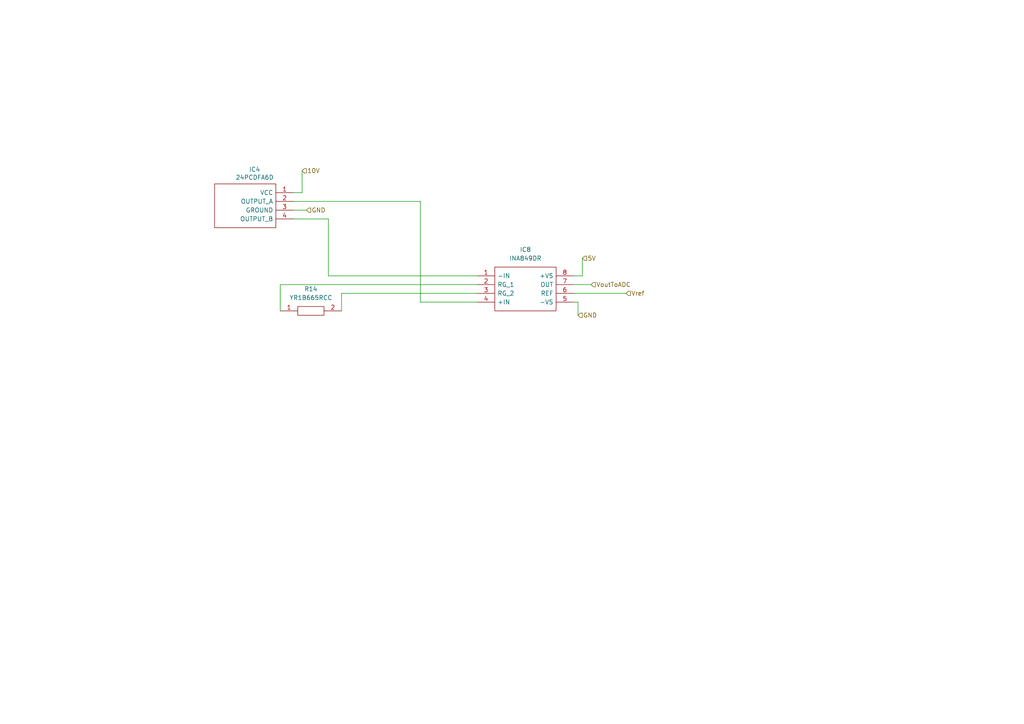
<source format=kicad_sch>
(kicad_sch (version 20231120) (generator "eeschema") (generator_version "8.0")
  (paper "A4")
  (lib_symbols
    (symbol "INA849DR_1" (pin_names (offset 0.762))
      (property "Reference" "IC" (at 24.13 7.62 0))
      (property "Value" "INA849DR" (at 24.13 5.08 0))
      (symbol "INA849DR_1_0_0"
        (pin passive line (at 0 0 0) (length 5.08) (name "-IN") (number "1"))
        (pin passive line (at 0 -2.54 0) (length 5.08) (name "RG_1") (number "2"))
        (pin passive line (at 0 -5.08 0) (length 5.08) (name "RG_2") (number "3"))
        (pin passive line (at 0 -7.62 0) (length 5.08) (name "+IN") (number "4"))
        (pin passive line (at 27.94 -7.62 180) (length 5.08) (name "-VS") (number "5"))
        (pin passive line (at 27.94 -5.08 180) (length 5.08) (name "REF") (number "6"))
        (pin passive line (at 27.94 -2.54 180) (length 5.08) (name "OUT") (number "7"))
        (pin passive line (at 27.94 0 180) (length 5.08) (name "+VS") (number "8"))
      )
      (symbol "INA849DR_1_0_1"
        (polyline (pts (xy 5.08 2.54) (xy 22.86 2.54) (xy 22.86 -10.16) (xy 5.08 -10.16) (xy 5.08 2.54)) (stroke (width 0.1524)))
      )
    )
    (symbol "SamacSys_Parts:24PCDFA6D" (pin_names (offset 0.762))
      (property "Reference" "IC" (at 24.13 7.62 0))
      (property "Value" "SamacSys_Parts_24PCDFA6D" (at 24.13 5.08 0))
      (symbol "24PCDFA6D_0_0"
        (pin passive line (at 0 -7.62 0) (length 5.08) (name "VCC") (number "1"))
        (pin passive line (at 0 -5.08 0) (length 5.08) (name "OUTPUT_A") (number "2"))
        (pin passive line (at 0 -2.54 0) (length 5.08) (name "GROUND") (number "3"))
        (pin passive line (at 0 0 0) (length 5.08) (name "OUTPUT_B") (number "4"))
      )
      (symbol "24PCDFA6D_0_1"
        (polyline (pts (xy 5.08 2.54) (xy 22.86 2.54) (xy 22.86 -10.16) (xy 5.08 -10.16) (xy 5.08 2.54)) (stroke (width 0.1524)))
      )
    )
    (symbol "YR1B665RCC_1" (pin_names (offset 0.762))
      (property "Reference" "R" (at 13.97 6.35 0))
      (property "Value" "YR1B665RCC" (at 13.97 3.81 0))
      (symbol "YR1B665RCC_1_0_0"
        (pin passive line (at 0 0 0) (length 5.08) (name "~") (number "1"))
        (pin passive line (at 17.78 0 180) (length 5.08) (name "~") (number "2"))
      )
      (symbol "YR1B665RCC_1_0_1"
        (polyline (pts (xy 5.08 1.27) (xy 12.7 1.27) (xy 12.7 -1.27) (xy 5.08 -1.27) (xy 5.08 1.27)) (stroke (width 0.1524)))
      )
    )
  )
  (wire (pts (xy 166.37 80.01) (xy 168.91 80.01)))
  (wire (pts (xy 99.06 85.09) (xy 99.06 90.17)))
  (wire (pts (xy 121.92 58.42) (xy 121.92 87.63)))
  (wire (pts (xy 167.64 87.63) (xy 167.64 91.44)))
  (wire (pts (xy 95.25 63.5) (xy 85.09 63.5)))
  (wire (pts (xy 95.25 80.01) (xy 95.25 63.5)))
  (wire (pts (xy 138.43 80.01) (xy 95.25 80.01)))
  (wire (pts (xy 166.37 85.09) (xy 181.61 85.09)))
  (wire (pts (xy 87.63 55.88) (xy 87.63 49.53)))
  (wire (pts (xy 167.64 87.63) (xy 166.37 87.63)))
  (wire (pts (xy 168.91 80.01) (xy 168.91 74.93)))
  (wire (pts (xy 85.09 55.88) (xy 87.63 55.88)))
  (wire (pts (xy 171.45 82.55) (xy 166.37 82.55)))
  (wire (pts (xy 88.9 60.96) (xy 85.09 60.96)))
  (wire (pts (xy 81.28 82.55) (xy 81.28 90.17)))
  (wire (pts (xy 138.43 82.55) (xy 81.28 82.55)))
  (wire (pts (xy 138.43 85.09) (xy 99.06 85.09)))
  (wire (pts (xy 85.09 58.42) (xy 121.92 58.42)))
  (wire (pts (xy 121.92 87.63) (xy 138.43 87.63)))
  (hierarchical_label "10V" (shape input) (at 87.63 49.53 0))
  (hierarchical_label "Vref" (shape input) (at 181.61 85.09 0))
  (hierarchical_label "5V" (shape input) (at 168.91 74.93 0))
  (hierarchical_label "GND" (shape input) (at 167.64 91.44 0))
  (hierarchical_label "GND" (shape input) (at 88.9 60.96 0))
  (hierarchical_label "VoutToADC" (shape input) (at 171.45 82.55 0))
  (symbol (lib_name "YR1B665RCC_1") (lib_id "SamacSys_Parts:YR1B665RCC") (at 81.28 90.17 0) (unit 1)
    (property "Reference" "R14" (at 90.17 83.82 0))
    (property "Value" "YR1B665RCC" (at 90.17 86.36 0))
    (property "Footprint" "RESAD1550W60L630D230" (effects (hide yes)))
    (property "Datasheet" "https://www.te.com/commerce/DocumentDelivery/DDEController?Action=srchrtrv&DocNm=1309350_PASSIVE_COMPONENT&DocType=Catalog%20Section&DocLang=English&PartCntxt=8-1676914-2&DocFormat=pdf" (effects (hide yes)))
    (property "Description" "Body Features: Lead Type Axial-Leaded | Configuration Features: Number of Resistors 1 | Dimensions: Passive Component Dimensions 6.3 x 2.3 MM | Electrical Characteristics: Passive Component Tolerance .1 PCT | Power Rating .25 WATT | Operating Voltage 250 V | Resistance Value 665 OHM | Resistance Class Up to 1k | Packaging Features: Packaging Method Ammo Packed | Product Type Features: Element Type Thin Film | Resistor Type Precision Resistor | Termination Features: Termination Area Base Material Copper |" (effects (hide yes)))
    (property "Mouser Part Number" "279-YR1B665RCC" (effects (hide yes)))
    (property "Mouser Price/Stock" "https://www.mouser.co.uk/ProductDetail/TE-Connectivity-Holsworthy/YR1B665RCC?qs=8G8kQhBkhGiPCBHktkhxCA%3D%3D" (effects (hide yes)))
    (property "Manufacturer_Name" "TE Connectivity" (effects (hide yes)))
    (property "Manufacturer_Part_Number" "YR1B665RCC" (effects (hide yes)))
    (instances (project "AMS - CANBus Sensor - Vacuum" (path "" (reference "R14") (unit 1)) (path "" (reference "R15") (unit 1))))
  )
  (symbol (lib_id "SamacSys_Parts:24PCDFA6D") (at 85.09 63.5 180) (unit 1)
    (property "Reference" "IC4" (at 73.8632 49.149 0))
    (property "Value" "24PCDFA6D" (at 73.8632 51.4604 0))
    (property "Footprint" "SamacSys_Parts:24PCDFA6D" (effects (hide yes)))
    (property "Datasheet" "https://componentsearchengine.com/Datasheets/2/24PCDFA6D.pdf" (effects (hide yes)))
    (property "Description" "Board Mount Pressure Sensors +/-30psi 10V WET-WET DIFF/Gage/Vac Gage" (effects (hide yes)))
    (property "Height" "8" (effects (hide yes)))
    (property "Mouser Part Number" "785-24PCDFA6D" (effects (hide yes)))
    (property "Mouser Price/Stock" "https://www.mouser.co.uk/ProductDetail/Honeywell/24PCDFA6D?qs=pLJKYPamQJx%252B0ilU11tjNg%3D%3D" (effects (hide yes)))
    (property "Manufacturer_Name" "Honeywell" (effects (hide yes)))
    (property "Manufacturer_Part_Number" "24PCDFA6D" (effects (hide yes)))
    (instances (project "AMS - CANBus Sensor - Vacuum" (path "" (reference "IC4") (unit 1)) (path "" (reference "IC6") (unit 1))))
  )
  (symbol (lib_name "INA849DR_1") (lib_id "SamacSys_Parts:INA849DR") (at 138.43 80.01 0) (unit 1)
    (property "Reference" "IC8" (at 152.4 72.39 0))
    (property "Value" "INA849DR" (at 152.4 74.93 0))
    (property "Footprint" "SOIC127P600X175-8N" (effects (hide yes)))
    (property "Datasheet" "https://www.ti.com/lit/ds/symlink/ina849.pdf?ts=1609495728489&ref_url=https%253A%252F%252Fwww.ti.com%252Fproduct%252FINA849" (effects (hide yes)))
    (property "Description" "Texas Instruments Ultra-low noise (1 nV/vHz), high-speed (28 MHz, 35 V/), precision (35 V) instrumentation amplifier" (effects (hide yes)))
    (property "Height" "1.75" (effects (hide yes)))
    (property "Mouser Part Number" "595-INA849DR" (effects (hide yes)))
    (property "Mouser Price/Stock" "https://www.mouser.co.uk/ProductDetail/Texas-Instruments/INA849DR?qs=eP2BKZSCXI4qgDpsz1tg9g%3D%3D" (effects (hide yes)))
    (property "Manufacturer_Name" "Texas Instruments" (effects (hide yes)))
    (property "Manufacturer_Part_Number" "INA849DR" (effects (hide yes)))
    (instances (project "AMS - CANBus Sensor - Vacuum" (path "" (reference "IC8") (unit 1)) (path "" (reference "IC9") (unit 1))))
  )
)
</source>
